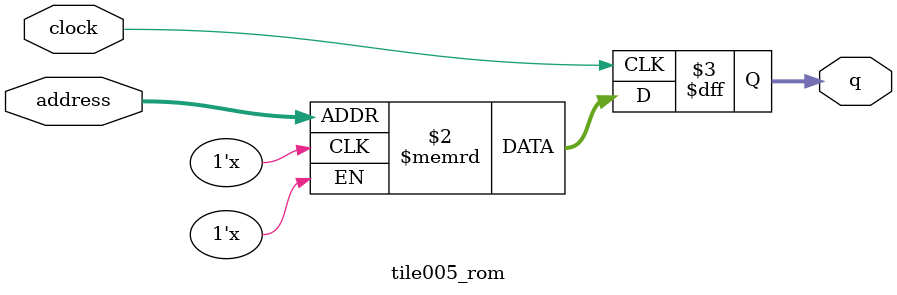
<source format=sv>
module tile005_rom (
	input logic clock,
	input logic [9:0] address,
	output logic [3:0] q
);

logic [3:0] memory [0:1023] /* synthesis ram_init_file = "./tile005/tile005.mif" */;

always_ff @ (posedge clock) begin
	q <= memory[address];
end

endmodule

</source>
